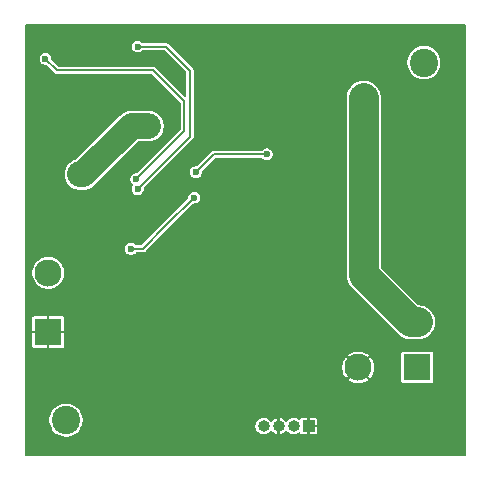
<source format=gbl>
%TF.GenerationSoftware,KiCad,Pcbnew,9.0.0*%
%TF.CreationDate,2025-03-07T10:15:04+01:00*%
%TF.ProjectId,converter1A,636f6e76-6572-4746-9572-31412e6b6963,rev?*%
%TF.SameCoordinates,Original*%
%TF.FileFunction,Copper,L2,Bot*%
%TF.FilePolarity,Positive*%
%FSLAX46Y46*%
G04 Gerber Fmt 4.6, Leading zero omitted, Abs format (unit mm)*
G04 Created by KiCad (PCBNEW 9.0.0) date 2025-03-07 10:15:04*
%MOMM*%
%LPD*%
G01*
G04 APERTURE LIST*
%TA.AperFunction,WasherPad*%
%ADD10C,2.400000*%
%TD*%
%TA.AperFunction,ComponentPad*%
%ADD11R,2.300000X2.300000*%
%TD*%
%TA.AperFunction,ComponentPad*%
%ADD12C,2.300000*%
%TD*%
%TA.AperFunction,ComponentPad*%
%ADD13R,1.000000X1.000000*%
%TD*%
%TA.AperFunction,ComponentPad*%
%ADD14O,1.000000X1.000000*%
%TD*%
%TA.AperFunction,ViaPad*%
%ADD15C,0.600000*%
%TD*%
%TA.AperFunction,ViaPad*%
%ADD16C,0.700000*%
%TD*%
%TA.AperFunction,Conductor*%
%ADD17C,0.200000*%
%TD*%
%TA.AperFunction,Conductor*%
%ADD18C,2.500000*%
%TD*%
%TA.AperFunction,Conductor*%
%ADD19C,2.200000*%
%TD*%
G04 APERTURE END LIST*
D10*
%TO.P,H3,*%
%TO.N,*%
X168000000Y-108000000D03*
%TD*%
D11*
%TO.P,J3,1,1*%
%TO.N,GND*%
X166500000Y-100525000D03*
D12*
%TO.P,J3,2,2*%
%TO.N,Net-(F1-Pad1)*%
X166500000Y-95525000D03*
%TD*%
D11*
%TO.P,J1,1,1*%
%TO.N,Net-(C15-+)*%
X197740000Y-103540000D03*
D12*
%TO.P,J1,2,2*%
%TO.N,GND*%
X192740000Y-103540000D03*
%TD*%
D10*
%TO.P,H2,*%
%TO.N,*%
X198300000Y-77720000D03*
%TD*%
D13*
%TO.P,J4,1,Pin_1*%
%TO.N,GND*%
X188540000Y-108500000D03*
D14*
%TO.P,J4,2,Pin_2*%
%TO.N,Net-(J4-Pin_2)*%
X187270000Y-108500000D03*
%TO.P,J4,3,Pin_3*%
%TO.N,GND*%
X186000000Y-108500000D03*
%TO.P,J4,4,Pin_4*%
%TO.N,Net-(J4-Pin_2)*%
X184730000Y-108500000D03*
%TD*%
D15*
%TO.N,GND*%
X183500000Y-75500000D03*
X183500000Y-96000000D03*
X180000000Y-89500000D03*
X179000000Y-90500000D03*
X198000000Y-81500000D03*
X167000000Y-81000000D03*
X174000000Y-108000000D03*
%TO.N,Net-(IC2-HO)*%
X179000000Y-87000000D03*
X185000000Y-85500000D03*
%TO.N,Net-(IC2-VCC)*%
X178867582Y-89150000D03*
X173500000Y-93500000D03*
%TO.N,Net-(IC2-COMP)*%
X166260000Y-77420000D03*
X173941571Y-87600000D03*
%TO.N,Net-(IC2-FB)*%
X174065687Y-88434313D03*
X174080000Y-76370000D03*
D16*
%TO.N,Net-(C15-+)*%
X197785000Y-99715000D03*
X193200000Y-80700000D03*
%TO.N,Net-(C16-Pad1)*%
X169200000Y-87200000D03*
X174500000Y-83100000D03*
%TD*%
D17*
%TO.N,Net-(IC2-HO)*%
X180500000Y-85500000D02*
X179000000Y-87000000D01*
X185000000Y-85500000D02*
X180500000Y-85500000D01*
%TO.N,Net-(IC2-VCC)*%
X174500000Y-93500000D02*
X173500000Y-93500000D01*
X176500000Y-91500000D02*
X174500000Y-93500000D01*
X178850000Y-89150000D02*
X176500000Y-91500000D01*
X178867582Y-89150000D02*
X178850000Y-89150000D01*
%TO.N,Net-(IC2-COMP)*%
X167220000Y-78380000D02*
X166260000Y-77420000D01*
X173941571Y-87600000D02*
X178000000Y-83541571D01*
X178000000Y-83541571D02*
X178000000Y-81000000D01*
X178000000Y-81000000D02*
X175380000Y-78380000D01*
X175380000Y-78380000D02*
X167220000Y-78380000D01*
%TO.N,Net-(IC2-FB)*%
X178500000Y-78404314D02*
X176465686Y-76370000D01*
X174065687Y-88434313D02*
X178500000Y-84000000D01*
X178500000Y-84000000D02*
X178500000Y-78404314D01*
X176465686Y-76370000D02*
X174080000Y-76370000D01*
D18*
%TO.N,Net-(C15-+)*%
X193200000Y-95700000D02*
X193200000Y-80700000D01*
X197785000Y-99715000D02*
X197215000Y-99715000D01*
X197215000Y-99715000D02*
X193200000Y-95700000D01*
D19*
%TO.N,Net-(C16-Pad1)*%
X173550000Y-83100000D02*
X174980000Y-83100000D01*
X169450000Y-87200000D02*
X173550000Y-83100000D01*
X169200000Y-87200000D02*
X169450000Y-87200000D01*
%TD*%
%TA.AperFunction,Conductor*%
%TO.N,GND*%
G36*
X201827826Y-74522174D02*
G01*
X201849500Y-74574500D01*
X201849500Y-110925500D01*
X201827826Y-110977826D01*
X201775500Y-110999500D01*
X164574500Y-110999500D01*
X164522174Y-110977826D01*
X164500500Y-110925500D01*
X164500500Y-107889776D01*
X166599500Y-107889776D01*
X166599500Y-108110223D01*
X166633984Y-108327948D01*
X166633987Y-108327961D01*
X166702103Y-108537602D01*
X166702104Y-108537605D01*
X166702105Y-108537606D01*
X166784622Y-108699554D01*
X166802186Y-108734023D01*
X166802186Y-108734024D01*
X166852192Y-108802851D01*
X166931758Y-108912365D01*
X167087635Y-109068242D01*
X167192172Y-109144192D01*
X167260480Y-109193821D01*
X167265978Y-109197815D01*
X167462394Y-109297895D01*
X167462397Y-109297896D01*
X167462396Y-109297896D01*
X167672038Y-109366012D01*
X167672044Y-109366013D01*
X167672049Y-109366015D01*
X167780913Y-109383257D01*
X167889776Y-109400500D01*
X167889778Y-109400500D01*
X168110224Y-109400500D01*
X168197313Y-109386706D01*
X168327951Y-109366015D01*
X168327958Y-109366012D01*
X168327961Y-109366012D01*
X168423133Y-109335088D01*
X168537606Y-109297895D01*
X168734022Y-109197815D01*
X168912365Y-109068242D01*
X169068242Y-108912365D01*
X169197815Y-108734022D01*
X169297895Y-108537606D01*
X169324016Y-108457213D01*
X169332531Y-108431008D01*
X184029500Y-108431008D01*
X184029500Y-108568991D01*
X184056418Y-108704322D01*
X184056421Y-108704332D01*
X184109223Y-108831808D01*
X184163049Y-108912365D01*
X184185886Y-108946542D01*
X184283458Y-109044114D01*
X184398189Y-109120775D01*
X184525672Y-109173580D01*
X184661007Y-109200500D01*
X184661009Y-109200500D01*
X184798991Y-109200500D01*
X184798993Y-109200500D01*
X184934328Y-109173580D01*
X185061811Y-109120775D01*
X185176542Y-109044114D01*
X185274114Y-108946542D01*
X185303772Y-108902154D01*
X185350863Y-108870690D01*
X185406412Y-108881739D01*
X185426829Y-108902156D01*
X185456273Y-108946223D01*
X185553776Y-109043726D01*
X185668426Y-109120332D01*
X185795813Y-109173097D01*
X185795823Y-109173100D01*
X185899999Y-109193821D01*
X185900000Y-109193821D01*
X185900000Y-108809669D01*
X185957213Y-108825000D01*
X186042787Y-108825000D01*
X186100000Y-108809669D01*
X186100000Y-109193821D01*
X186204176Y-109173100D01*
X186204186Y-109173097D01*
X186331573Y-109120332D01*
X186446223Y-109043726D01*
X186446225Y-109043725D01*
X186543725Y-108946225D01*
X186543729Y-108946219D01*
X186573170Y-108902157D01*
X186620261Y-108870690D01*
X186675810Y-108881739D01*
X186696228Y-108902156D01*
X186703049Y-108912365D01*
X186725886Y-108946542D01*
X186823458Y-109044114D01*
X186938189Y-109120775D01*
X187065672Y-109173580D01*
X187201007Y-109200500D01*
X187201009Y-109200500D01*
X187338991Y-109200500D01*
X187338993Y-109200500D01*
X187474328Y-109173580D01*
X187601811Y-109120775D01*
X187716542Y-109044114D01*
X187725673Y-109034982D01*
X187777995Y-109013308D01*
X187830322Y-109034980D01*
X187850575Y-109072867D01*
X187851603Y-109078034D01*
X187895807Y-109144191D01*
X187895808Y-109144192D01*
X187961964Y-109188396D01*
X188020303Y-109200000D01*
X188440000Y-109200000D01*
X188440000Y-108809669D01*
X188497213Y-108825000D01*
X188582787Y-108825000D01*
X188640000Y-108809669D01*
X188640000Y-109200000D01*
X189059697Y-109200000D01*
X189118035Y-109188396D01*
X189184191Y-109144192D01*
X189184192Y-109144191D01*
X189228396Y-109078035D01*
X189240000Y-109019697D01*
X189240000Y-108600000D01*
X188849669Y-108600000D01*
X188865000Y-108542787D01*
X188865000Y-108457213D01*
X188849669Y-108400000D01*
X189240000Y-108400000D01*
X189240000Y-107980302D01*
X189228396Y-107921964D01*
X189184192Y-107855808D01*
X189184191Y-107855807D01*
X189118035Y-107811603D01*
X189059697Y-107800000D01*
X188640000Y-107800000D01*
X188640000Y-108190330D01*
X188582787Y-108175000D01*
X188497213Y-108175000D01*
X188440000Y-108190330D01*
X188440000Y-107800000D01*
X188020303Y-107800000D01*
X187961964Y-107811603D01*
X187895808Y-107855807D01*
X187895807Y-107855808D01*
X187851603Y-107921965D01*
X187850575Y-107927133D01*
X187819105Y-107974223D01*
X187763556Y-107985268D01*
X187725674Y-107965018D01*
X187716542Y-107955886D01*
X187673510Y-107927133D01*
X187601808Y-107879223D01*
X187474332Y-107826421D01*
X187474322Y-107826418D01*
X187372560Y-107806177D01*
X187338993Y-107799500D01*
X187201007Y-107799500D01*
X187167440Y-107806177D01*
X187065677Y-107826418D01*
X187065667Y-107826421D01*
X186938191Y-107879223D01*
X186823461Y-107955883D01*
X186725881Y-108053463D01*
X186696227Y-108097844D01*
X186649135Y-108129309D01*
X186593586Y-108118259D01*
X186573170Y-108097843D01*
X186543726Y-108053776D01*
X186446223Y-107956273D01*
X186331573Y-107879667D01*
X186204184Y-107826901D01*
X186204177Y-107826899D01*
X186100000Y-107806177D01*
X186100000Y-108190330D01*
X186042787Y-108175000D01*
X185957213Y-108175000D01*
X185900000Y-108190330D01*
X185900000Y-107806177D01*
X185795822Y-107826899D01*
X185795815Y-107826901D01*
X185668426Y-107879667D01*
X185553776Y-107956273D01*
X185553775Y-107956275D01*
X185456275Y-108053775D01*
X185456271Y-108053778D01*
X185426828Y-108097844D01*
X185379736Y-108129309D01*
X185324187Y-108118259D01*
X185303771Y-108097843D01*
X185274116Y-108053461D01*
X185274114Y-108053458D01*
X185176542Y-107955886D01*
X185133510Y-107927133D01*
X185061808Y-107879223D01*
X184934332Y-107826421D01*
X184934322Y-107826418D01*
X184832560Y-107806177D01*
X184798993Y-107799500D01*
X184661007Y-107799500D01*
X184627440Y-107806177D01*
X184525677Y-107826418D01*
X184525667Y-107826421D01*
X184398191Y-107879223D01*
X184283461Y-107955883D01*
X184185883Y-108053461D01*
X184109223Y-108168191D01*
X184056421Y-108295667D01*
X184056418Y-108295677D01*
X184029500Y-108431008D01*
X169332531Y-108431008D01*
X169341142Y-108404505D01*
X169366012Y-108327961D01*
X169366012Y-108327958D01*
X169366015Y-108327951D01*
X169400500Y-108110222D01*
X169400500Y-107889778D01*
X169398828Y-107879223D01*
X169366015Y-107672051D01*
X169366012Y-107672038D01*
X169297896Y-107462397D01*
X169297895Y-107462396D01*
X169297895Y-107462394D01*
X169197815Y-107265978D01*
X169068242Y-107087635D01*
X168912365Y-106931758D01*
X168808441Y-106856253D01*
X168734024Y-106802186D01*
X168537602Y-106702103D01*
X168537603Y-106702103D01*
X168327961Y-106633987D01*
X168327948Y-106633984D01*
X168110224Y-106599500D01*
X168110222Y-106599500D01*
X167889778Y-106599500D01*
X167889776Y-106599500D01*
X167672051Y-106633984D01*
X167672038Y-106633987D01*
X167462397Y-106702103D01*
X167265976Y-106802186D01*
X167265975Y-106802186D01*
X167087639Y-106931755D01*
X167087635Y-106931758D01*
X166931758Y-107087635D01*
X166931755Y-107087638D01*
X166931755Y-107087639D01*
X166802186Y-107265975D01*
X166802186Y-107265976D01*
X166702103Y-107462397D01*
X166633987Y-107672038D01*
X166633984Y-107672051D01*
X166599500Y-107889776D01*
X164500500Y-107889776D01*
X164500500Y-103433751D01*
X191390000Y-103433751D01*
X191390000Y-103646248D01*
X191423241Y-103856123D01*
X191423244Y-103856136D01*
X191488904Y-104058217D01*
X191488906Y-104058221D01*
X191585375Y-104247550D01*
X191585378Y-104247556D01*
X191710274Y-104419461D01*
X191710283Y-104419471D01*
X191714695Y-104423883D01*
X192142634Y-103995943D01*
X192157437Y-104018097D01*
X192261903Y-104122563D01*
X192284055Y-104137364D01*
X191856116Y-104565304D01*
X191860529Y-104569717D01*
X191860538Y-104569725D01*
X192032443Y-104694621D01*
X192032449Y-104694624D01*
X192221778Y-104791093D01*
X192221782Y-104791095D01*
X192423863Y-104856755D01*
X192423876Y-104856758D01*
X192633751Y-104890000D01*
X192846249Y-104890000D01*
X193056123Y-104856758D01*
X193056136Y-104856755D01*
X193258217Y-104791095D01*
X193258221Y-104791093D01*
X193447550Y-104694624D01*
X193447556Y-104694621D01*
X193619465Y-104569722D01*
X193619474Y-104569714D01*
X193623883Y-104565305D01*
X193623882Y-104565303D01*
X193195944Y-104137365D01*
X193218097Y-104122563D01*
X193322563Y-104018097D01*
X193337365Y-103995944D01*
X193765303Y-104423882D01*
X193765305Y-104423883D01*
X193769714Y-104419474D01*
X193769722Y-104419465D01*
X193894621Y-104247556D01*
X193894624Y-104247550D01*
X193991093Y-104058221D01*
X193991095Y-104058217D01*
X194056755Y-103856136D01*
X194056758Y-103856123D01*
X194090000Y-103646248D01*
X194090000Y-103433751D01*
X194056758Y-103223876D01*
X194056755Y-103223863D01*
X193991095Y-103021782D01*
X193991093Y-103021778D01*
X193894624Y-102832449D01*
X193894621Y-102832443D01*
X193769725Y-102660538D01*
X193769717Y-102660529D01*
X193765304Y-102656116D01*
X193337364Y-103084055D01*
X193322563Y-103061903D01*
X193218097Y-102957437D01*
X193195943Y-102942634D01*
X193623883Y-102514695D01*
X193619471Y-102510283D01*
X193619461Y-102510275D01*
X193504133Y-102426484D01*
X193447556Y-102385378D01*
X193447550Y-102385375D01*
X193417872Y-102370253D01*
X196389500Y-102370253D01*
X196389500Y-104709746D01*
X196401133Y-104768232D01*
X196416409Y-104791093D01*
X196445448Y-104834552D01*
X196478677Y-104856755D01*
X196511767Y-104878866D01*
X196511768Y-104878866D01*
X196511769Y-104878867D01*
X196570252Y-104890500D01*
X196570254Y-104890500D01*
X198909746Y-104890500D01*
X198909748Y-104890500D01*
X198968231Y-104878867D01*
X199034552Y-104834552D01*
X199078867Y-104768231D01*
X199090500Y-104709748D01*
X199090500Y-102370252D01*
X199078867Y-102311769D01*
X199034552Y-102245448D01*
X199001322Y-102223244D01*
X198968232Y-102201133D01*
X198968233Y-102201133D01*
X198938989Y-102195316D01*
X198909748Y-102189500D01*
X196570252Y-102189500D01*
X196541010Y-102195316D01*
X196511767Y-102201133D01*
X196445449Y-102245447D01*
X196445447Y-102245449D01*
X196401133Y-102311767D01*
X196389500Y-102370253D01*
X193417872Y-102370253D01*
X193258221Y-102288906D01*
X193258217Y-102288904D01*
X193056136Y-102223244D01*
X193056123Y-102223241D01*
X192846249Y-102190000D01*
X192633751Y-102190000D01*
X192423876Y-102223241D01*
X192423863Y-102223244D01*
X192221782Y-102288904D01*
X192221778Y-102288906D01*
X192032449Y-102385375D01*
X192032442Y-102385379D01*
X191860541Y-102510271D01*
X191860532Y-102510279D01*
X191856116Y-102514694D01*
X192284056Y-102942634D01*
X192261903Y-102957437D01*
X192157437Y-103061903D01*
X192142634Y-103084056D01*
X191714694Y-102656116D01*
X191710279Y-102660532D01*
X191710271Y-102660541D01*
X191585379Y-102832442D01*
X191585375Y-102832449D01*
X191488906Y-103021778D01*
X191488904Y-103021782D01*
X191423244Y-103223863D01*
X191423241Y-103223876D01*
X191390000Y-103433751D01*
X164500500Y-103433751D01*
X164500500Y-99355302D01*
X165150000Y-99355302D01*
X165150000Y-100425000D01*
X165755198Y-100425000D01*
X165750000Y-100451131D01*
X165750000Y-100598869D01*
X165755198Y-100625000D01*
X165150000Y-100625000D01*
X165150000Y-101694697D01*
X165161603Y-101753035D01*
X165205807Y-101819191D01*
X165205808Y-101819192D01*
X165271964Y-101863396D01*
X165330303Y-101875000D01*
X166400000Y-101875000D01*
X166400000Y-101269802D01*
X166426131Y-101275000D01*
X166573869Y-101275000D01*
X166600000Y-101269802D01*
X166600000Y-101875000D01*
X167669697Y-101875000D01*
X167728035Y-101863396D01*
X167794191Y-101819192D01*
X167794192Y-101819191D01*
X167838396Y-101753035D01*
X167850000Y-101694697D01*
X167850000Y-100625000D01*
X167244802Y-100625000D01*
X167250000Y-100598869D01*
X167250000Y-100451131D01*
X167244802Y-100425000D01*
X167850000Y-100425000D01*
X167850000Y-99355302D01*
X167838396Y-99296964D01*
X167794192Y-99230808D01*
X167794191Y-99230807D01*
X167728035Y-99186603D01*
X167669697Y-99175000D01*
X166600000Y-99175000D01*
X166600000Y-99780197D01*
X166573869Y-99775000D01*
X166426131Y-99775000D01*
X166400000Y-99780197D01*
X166400000Y-99175000D01*
X165330303Y-99175000D01*
X165271964Y-99186603D01*
X165205808Y-99230807D01*
X165205807Y-99230808D01*
X165161603Y-99296964D01*
X165150000Y-99355302D01*
X164500500Y-99355302D01*
X164500500Y-95418711D01*
X165149500Y-95418711D01*
X165149500Y-95631288D01*
X165182753Y-95841240D01*
X165182756Y-95841253D01*
X165248440Y-96043406D01*
X165344948Y-96232816D01*
X165421475Y-96338146D01*
X165469896Y-96404792D01*
X165620208Y-96555104D01*
X165715656Y-96624451D01*
X165792183Y-96680051D01*
X165883474Y-96726565D01*
X165981588Y-96776557D01*
X165981590Y-96776557D01*
X165981593Y-96776559D01*
X166183746Y-96842243D01*
X166183752Y-96842244D01*
X166183757Y-96842246D01*
X166288735Y-96858873D01*
X166393711Y-96875500D01*
X166393713Y-96875500D01*
X166606289Y-96875500D01*
X166690269Y-96862198D01*
X166816243Y-96842246D01*
X166816250Y-96842243D01*
X166816253Y-96842243D01*
X167018406Y-96776559D01*
X167018406Y-96776558D01*
X167018412Y-96776557D01*
X167207816Y-96680051D01*
X167379792Y-96555104D01*
X167530104Y-96404792D01*
X167655051Y-96232816D01*
X167751557Y-96043412D01*
X167817246Y-95841243D01*
X167850500Y-95631287D01*
X167850500Y-95418713D01*
X167817246Y-95208757D01*
X167817244Y-95208752D01*
X167817243Y-95208746D01*
X167751559Y-95006593D01*
X167751557Y-95006590D01*
X167751557Y-95006588D01*
X167701565Y-94908474D01*
X167655051Y-94817183D01*
X167599451Y-94740656D01*
X167530104Y-94645208D01*
X167379792Y-94494896D01*
X167313146Y-94446475D01*
X167207816Y-94369948D01*
X167018406Y-94273440D01*
X166816253Y-94207756D01*
X166816240Y-94207753D01*
X166606289Y-94174500D01*
X166606287Y-94174500D01*
X166393713Y-94174500D01*
X166393711Y-94174500D01*
X166183759Y-94207753D01*
X166183746Y-94207756D01*
X165981593Y-94273440D01*
X165792183Y-94369948D01*
X165620212Y-94494893D01*
X165620208Y-94494896D01*
X165469896Y-94645208D01*
X165469893Y-94645211D01*
X165469893Y-94645212D01*
X165344948Y-94817183D01*
X165248440Y-95006593D01*
X165182756Y-95208746D01*
X165182753Y-95208759D01*
X165149500Y-95418711D01*
X164500500Y-95418711D01*
X164500500Y-93434105D01*
X172999500Y-93434105D01*
X172999500Y-93565894D01*
X173033606Y-93693181D01*
X173033607Y-93693184D01*
X173033608Y-93693186D01*
X173099500Y-93807314D01*
X173192686Y-93900500D01*
X173306814Y-93966392D01*
X173434105Y-94000499D01*
X173434106Y-94000500D01*
X173434108Y-94000500D01*
X173565894Y-94000500D01*
X173565894Y-94000499D01*
X173693186Y-93966392D01*
X173807314Y-93900500D01*
X173885640Y-93822174D01*
X173937966Y-93800500D01*
X174539564Y-93800500D01*
X174539564Y-93800499D01*
X174615989Y-93780021D01*
X174684511Y-93740460D01*
X174740460Y-93684511D01*
X176740460Y-91684511D01*
X178752796Y-89672173D01*
X178805122Y-89650500D01*
X178933476Y-89650500D01*
X178933476Y-89650499D01*
X179060768Y-89616392D01*
X179174896Y-89550500D01*
X179268082Y-89457314D01*
X179333974Y-89343186D01*
X179368081Y-89215894D01*
X179368082Y-89215894D01*
X179368082Y-89084106D01*
X179368081Y-89084105D01*
X179333975Y-88956818D01*
X179333974Y-88956814D01*
X179268082Y-88842686D01*
X179174896Y-88749500D01*
X179161260Y-88741627D01*
X179060772Y-88683610D01*
X179060763Y-88683606D01*
X178933476Y-88649500D01*
X178933474Y-88649500D01*
X178801690Y-88649500D01*
X178801688Y-88649500D01*
X178674400Y-88683606D01*
X178674391Y-88683610D01*
X178560267Y-88749500D01*
X178467082Y-88842685D01*
X178401192Y-88956809D01*
X178401188Y-88956818D01*
X178367082Y-89084105D01*
X178367082Y-89177295D01*
X178345408Y-89229621D01*
X174397203Y-93177826D01*
X174344877Y-93199500D01*
X173937966Y-93199500D01*
X173885640Y-93177826D01*
X173807314Y-93099500D01*
X173693190Y-93033610D01*
X173693181Y-93033606D01*
X173565894Y-92999500D01*
X173565892Y-92999500D01*
X173434108Y-92999500D01*
X173434106Y-92999500D01*
X173306818Y-93033606D01*
X173306809Y-93033610D01*
X173192685Y-93099500D01*
X173099500Y-93192685D01*
X173033610Y-93306809D01*
X173033606Y-93306818D01*
X172999500Y-93434105D01*
X164500500Y-93434105D01*
X164500500Y-87097646D01*
X167899500Y-87097646D01*
X167899500Y-87302353D01*
X167931522Y-87504531D01*
X167931525Y-87504544D01*
X167994777Y-87699213D01*
X168087712Y-87881610D01*
X168161406Y-87983040D01*
X168208034Y-88047219D01*
X168352781Y-88191966D01*
X168444695Y-88258745D01*
X168518389Y-88312287D01*
X168606300Y-88357079D01*
X168700781Y-88405220D01*
X168700783Y-88405220D01*
X168700786Y-88405222D01*
X168895455Y-88468474D01*
X168895461Y-88468475D01*
X168895466Y-88468477D01*
X168996557Y-88484488D01*
X169097646Y-88500500D01*
X169097648Y-88500500D01*
X169552354Y-88500500D01*
X169653443Y-88484488D01*
X169754535Y-88468477D01*
X169851876Y-88436848D01*
X169949219Y-88405220D01*
X170040414Y-88358753D01*
X170131611Y-88312287D01*
X170297219Y-88191966D01*
X174067010Y-84422173D01*
X174119336Y-84400500D01*
X175082354Y-84400500D01*
X175163224Y-84387690D01*
X175284534Y-84368477D01*
X175284541Y-84368474D01*
X175284544Y-84368474D01*
X175479213Y-84305222D01*
X175479213Y-84305221D01*
X175479219Y-84305220D01*
X175661610Y-84212287D01*
X175827219Y-84091966D01*
X175971966Y-83947219D01*
X176092287Y-83781610D01*
X176185220Y-83599219D01*
X176248477Y-83404534D01*
X176280500Y-83202352D01*
X176280500Y-82997648D01*
X176248477Y-82795466D01*
X176248475Y-82795461D01*
X176248474Y-82795455D01*
X176185222Y-82600786D01*
X176185220Y-82600783D01*
X176185220Y-82600781D01*
X176137079Y-82506300D01*
X176092287Y-82418389D01*
X175971968Y-82252784D01*
X175971966Y-82252781D01*
X175827219Y-82108034D01*
X175763040Y-82061406D01*
X175661610Y-81987712D01*
X175479213Y-81894777D01*
X175284544Y-81831525D01*
X175284531Y-81831522D01*
X175082354Y-81799500D01*
X175082352Y-81799500D01*
X173447648Y-81799500D01*
X173447646Y-81799500D01*
X173245468Y-81831522D01*
X173245455Y-81831525D01*
X173050785Y-81894777D01*
X172868388Y-81987714D01*
X172868386Y-81987715D01*
X172702785Y-82108031D01*
X172702781Y-82108034D01*
X172702776Y-82108039D01*
X172558031Y-82252784D01*
X168884069Y-85926744D01*
X168854611Y-85944796D01*
X168700786Y-85994777D01*
X168518389Y-86087712D01*
X168352785Y-86208031D01*
X168352781Y-86208034D01*
X168208034Y-86352781D01*
X168208031Y-86352784D01*
X168208031Y-86352785D01*
X168087712Y-86518389D01*
X167994777Y-86700786D01*
X167931525Y-86895455D01*
X167931522Y-86895468D01*
X167899500Y-87097646D01*
X164500500Y-87097646D01*
X164500500Y-77354105D01*
X165759500Y-77354105D01*
X165759500Y-77485894D01*
X165793606Y-77613181D01*
X165793607Y-77613184D01*
X165793608Y-77613186D01*
X165859500Y-77727314D01*
X165952686Y-77820500D01*
X166066814Y-77886392D01*
X166194105Y-77920499D01*
X166194106Y-77920500D01*
X166304877Y-77920500D01*
X166357203Y-77942174D01*
X166979540Y-78564511D01*
X167035489Y-78620460D01*
X167104011Y-78660021D01*
X167104012Y-78660021D01*
X167104014Y-78660022D01*
X167142224Y-78670260D01*
X167180435Y-78680499D01*
X167180436Y-78680500D01*
X167180438Y-78680500D01*
X175224877Y-78680500D01*
X175277203Y-78702174D01*
X177677826Y-81102797D01*
X177699500Y-81155123D01*
X177699500Y-83386447D01*
X177677826Y-83438773D01*
X174038773Y-87077826D01*
X173986447Y-87099500D01*
X173875677Y-87099500D01*
X173748389Y-87133606D01*
X173748380Y-87133610D01*
X173634256Y-87199500D01*
X173541071Y-87292685D01*
X173475181Y-87406809D01*
X173475177Y-87406818D01*
X173441071Y-87534105D01*
X173441071Y-87665894D01*
X173475177Y-87793181D01*
X173475178Y-87793184D01*
X173475179Y-87793186D01*
X173541071Y-87907314D01*
X173634257Y-88000500D01*
X173634259Y-88000501D01*
X173634260Y-88000502D01*
X173650542Y-88009902D01*
X173685022Y-88054834D01*
X173677631Y-88110987D01*
X173665876Y-88126309D01*
X173665188Y-88126996D01*
X173599297Y-88241122D01*
X173599293Y-88241131D01*
X173565187Y-88368418D01*
X173565187Y-88500207D01*
X173599293Y-88627494D01*
X173599297Y-88627503D01*
X173631691Y-88683610D01*
X173665187Y-88741627D01*
X173758373Y-88834813D01*
X173872501Y-88900705D01*
X173999792Y-88934812D01*
X173999793Y-88934813D01*
X173999795Y-88934813D01*
X174131581Y-88934813D01*
X174131581Y-88934812D01*
X174258873Y-88900705D01*
X174373001Y-88834813D01*
X174466187Y-88741627D01*
X174532079Y-88627499D01*
X174566186Y-88500207D01*
X174566187Y-88500207D01*
X174566187Y-88389435D01*
X174587861Y-88337109D01*
X175990865Y-86934105D01*
X178499500Y-86934105D01*
X178499500Y-87065894D01*
X178533606Y-87193181D01*
X178533607Y-87193184D01*
X178533608Y-87193186D01*
X178599500Y-87307314D01*
X178692686Y-87400500D01*
X178806814Y-87466392D01*
X178934105Y-87500499D01*
X178934106Y-87500500D01*
X178934108Y-87500500D01*
X179065894Y-87500500D01*
X179065894Y-87500499D01*
X179193186Y-87466392D01*
X179307314Y-87400500D01*
X179400500Y-87307314D01*
X179466392Y-87193186D01*
X179500499Y-87065894D01*
X179500500Y-87065894D01*
X179500500Y-86955122D01*
X179522174Y-86902796D01*
X180602797Y-85822174D01*
X180655123Y-85800500D01*
X184562034Y-85800500D01*
X184614360Y-85822174D01*
X184692686Y-85900500D01*
X184806814Y-85966392D01*
X184934105Y-86000499D01*
X184934106Y-86000500D01*
X184934108Y-86000500D01*
X185065894Y-86000500D01*
X185065894Y-86000499D01*
X185193186Y-85966392D01*
X185307314Y-85900500D01*
X185400500Y-85807314D01*
X185466392Y-85693186D01*
X185500499Y-85565894D01*
X185500500Y-85565894D01*
X185500500Y-85434106D01*
X185500499Y-85434105D01*
X185466393Y-85306818D01*
X185466392Y-85306814D01*
X185400500Y-85192686D01*
X185307314Y-85099500D01*
X185193190Y-85033610D01*
X185193181Y-85033606D01*
X185065894Y-84999500D01*
X185065892Y-84999500D01*
X184934108Y-84999500D01*
X184934106Y-84999500D01*
X184806818Y-85033606D01*
X184806809Y-85033610D01*
X184692685Y-85099500D01*
X184614360Y-85177826D01*
X184562034Y-85199500D01*
X180460436Y-85199500D01*
X180384014Y-85219977D01*
X180384009Y-85219979D01*
X180324934Y-85254087D01*
X180315488Y-85259540D01*
X179097202Y-86477826D01*
X179044876Y-86499500D01*
X178934106Y-86499500D01*
X178806818Y-86533606D01*
X178806809Y-86533610D01*
X178692685Y-86599500D01*
X178599500Y-86692685D01*
X178533610Y-86806809D01*
X178533606Y-86806818D01*
X178499500Y-86934105D01*
X175990865Y-86934105D01*
X176048038Y-86876932D01*
X176572194Y-86352776D01*
X178740460Y-84184511D01*
X178780022Y-84115988D01*
X178800500Y-84039562D01*
X178800500Y-83960438D01*
X178800500Y-80585842D01*
X191749500Y-80585842D01*
X191749500Y-95814157D01*
X191785215Y-96039657D01*
X191785218Y-96039670D01*
X191855766Y-96256793D01*
X191959420Y-96460227D01*
X192006844Y-96525500D01*
X192028352Y-96555104D01*
X192093620Y-96644937D01*
X196270062Y-100821379D01*
X196454772Y-100955579D01*
X196658201Y-101059231D01*
X196658203Y-101059231D01*
X196658206Y-101059233D01*
X196875329Y-101129781D01*
X196875335Y-101129782D01*
X196875340Y-101129784D01*
X197025675Y-101153594D01*
X197100842Y-101165500D01*
X197100843Y-101165500D01*
X197899158Y-101165500D01*
X197955532Y-101156571D01*
X198124660Y-101129784D01*
X198124667Y-101129781D01*
X198124670Y-101129781D01*
X198341793Y-101059233D01*
X198341793Y-101059232D01*
X198341799Y-101059231D01*
X198545228Y-100955579D01*
X198729937Y-100821379D01*
X198891379Y-100659937D01*
X199025579Y-100475228D01*
X199129231Y-100271799D01*
X199129233Y-100271793D01*
X199199781Y-100054670D01*
X199199781Y-100054667D01*
X199199784Y-100054660D01*
X199235500Y-99829157D01*
X199235500Y-99600843D01*
X199199784Y-99375340D01*
X199199782Y-99375335D01*
X199199781Y-99375329D01*
X199129233Y-99158206D01*
X199129231Y-99158203D01*
X199129231Y-99158201D01*
X199025579Y-98954772D01*
X198891379Y-98770063D01*
X198729937Y-98608621D01*
X198729934Y-98608618D01*
X198729932Y-98608617D01*
X198545227Y-98474420D01*
X198341793Y-98370766D01*
X198124670Y-98300218D01*
X198124657Y-98300215D01*
X197899158Y-98264500D01*
X197899157Y-98264500D01*
X197846469Y-98264500D01*
X197794143Y-98242826D01*
X194672174Y-95120857D01*
X194650500Y-95068531D01*
X194650500Y-80585842D01*
X194614784Y-80360342D01*
X194614781Y-80360329D01*
X194544233Y-80143206D01*
X194544231Y-80143203D01*
X194544231Y-80143201D01*
X194440579Y-79939772D01*
X194306379Y-79755063D01*
X194144937Y-79593621D01*
X194144934Y-79593618D01*
X194144932Y-79593617D01*
X193960227Y-79459420D01*
X193756793Y-79355766D01*
X193539670Y-79285218D01*
X193539657Y-79285215D01*
X193314158Y-79249500D01*
X193314157Y-79249500D01*
X193085843Y-79249500D01*
X193085842Y-79249500D01*
X192860342Y-79285215D01*
X192860329Y-79285218D01*
X192643206Y-79355766D01*
X192439772Y-79459420D01*
X192255067Y-79593617D01*
X192093617Y-79755067D01*
X191959420Y-79939772D01*
X191855766Y-80143206D01*
X191785218Y-80360329D01*
X191785215Y-80360342D01*
X191749500Y-80585842D01*
X178800500Y-80585842D01*
X178800500Y-78364752D01*
X178800500Y-78364750D01*
X178800499Y-78364749D01*
X178780022Y-78288328D01*
X178780020Y-78288323D01*
X178740459Y-78219802D01*
X178130433Y-77609776D01*
X196899500Y-77609776D01*
X196899500Y-77830223D01*
X196933984Y-78047948D01*
X196933987Y-78047961D01*
X197002103Y-78257602D01*
X197002104Y-78257605D01*
X197002105Y-78257606D01*
X197102185Y-78454022D01*
X197231758Y-78632365D01*
X197387635Y-78788242D01*
X197565978Y-78917815D01*
X197762394Y-79017895D01*
X197762397Y-79017896D01*
X197762396Y-79017896D01*
X197972038Y-79086012D01*
X197972044Y-79086013D01*
X197972049Y-79086015D01*
X198080913Y-79103257D01*
X198189776Y-79120500D01*
X198189778Y-79120500D01*
X198410224Y-79120500D01*
X198497313Y-79106706D01*
X198627951Y-79086015D01*
X198627958Y-79086012D01*
X198627961Y-79086012D01*
X198723133Y-79055088D01*
X198837606Y-79017895D01*
X199034022Y-78917815D01*
X199212365Y-78788242D01*
X199368242Y-78632365D01*
X199497815Y-78454022D01*
X199597895Y-78257606D01*
X199655764Y-78079500D01*
X199666012Y-78047961D01*
X199666012Y-78047958D01*
X199666015Y-78047951D01*
X199700500Y-77830222D01*
X199700500Y-77609778D01*
X199666015Y-77392049D01*
X199666013Y-77392044D01*
X199666012Y-77392038D01*
X199597896Y-77182397D01*
X199597895Y-77182396D01*
X199597895Y-77182394D01*
X199497815Y-76985978D01*
X199368242Y-76807635D01*
X199212365Y-76651758D01*
X199090461Y-76563190D01*
X199034024Y-76522186D01*
X198837602Y-76422103D01*
X198837603Y-76422103D01*
X198627961Y-76353987D01*
X198627948Y-76353984D01*
X198410224Y-76319500D01*
X198410222Y-76319500D01*
X198189778Y-76319500D01*
X198189776Y-76319500D01*
X197972051Y-76353984D01*
X197972038Y-76353987D01*
X197762397Y-76422103D01*
X197565976Y-76522186D01*
X197565975Y-76522186D01*
X197387639Y-76651755D01*
X197387635Y-76651758D01*
X197231758Y-76807635D01*
X197231755Y-76807638D01*
X197231755Y-76807639D01*
X197102186Y-76985975D01*
X197102186Y-76985976D01*
X197002103Y-77182397D01*
X196933987Y-77392038D01*
X196933984Y-77392051D01*
X196899500Y-77609776D01*
X178130433Y-77609776D01*
X176650197Y-76129540D01*
X176640752Y-76124087D01*
X176581676Y-76089979D01*
X176581671Y-76089977D01*
X176505250Y-76069500D01*
X176505248Y-76069500D01*
X174517966Y-76069500D01*
X174465640Y-76047826D01*
X174387314Y-75969500D01*
X174273190Y-75903610D01*
X174273181Y-75903606D01*
X174145894Y-75869500D01*
X174145892Y-75869500D01*
X174014108Y-75869500D01*
X174014106Y-75869500D01*
X173886818Y-75903606D01*
X173886809Y-75903610D01*
X173772685Y-75969500D01*
X173679500Y-76062685D01*
X173613610Y-76176809D01*
X173613606Y-76176818D01*
X173579500Y-76304105D01*
X173579500Y-76435894D01*
X173613606Y-76563181D01*
X173613607Y-76563184D01*
X173613608Y-76563186D01*
X173679500Y-76677314D01*
X173772686Y-76770500D01*
X173886814Y-76836392D01*
X174014105Y-76870499D01*
X174014106Y-76870500D01*
X174014108Y-76870500D01*
X174145894Y-76870500D01*
X174145894Y-76870499D01*
X174273186Y-76836392D01*
X174387314Y-76770500D01*
X174465640Y-76692174D01*
X174517966Y-76670500D01*
X176310563Y-76670500D01*
X176362889Y-76692174D01*
X178177826Y-78507111D01*
X178199500Y-78559437D01*
X178199500Y-80595877D01*
X178177826Y-80648203D01*
X178125500Y-80669877D01*
X178073174Y-80648203D01*
X175564511Y-78139540D01*
X175502631Y-78103814D01*
X175495988Y-78099978D01*
X175495985Y-78099977D01*
X175419564Y-78079500D01*
X175419562Y-78079500D01*
X167375123Y-78079500D01*
X167322797Y-78057826D01*
X166782174Y-77517203D01*
X166760500Y-77464877D01*
X166760500Y-77354106D01*
X166760499Y-77354105D01*
X166726393Y-77226818D01*
X166726392Y-77226814D01*
X166660500Y-77112686D01*
X166567314Y-77019500D01*
X166453190Y-76953610D01*
X166453181Y-76953606D01*
X166325894Y-76919500D01*
X166325892Y-76919500D01*
X166194108Y-76919500D01*
X166194106Y-76919500D01*
X166066818Y-76953606D01*
X166066809Y-76953610D01*
X165952685Y-77019500D01*
X165859500Y-77112685D01*
X165793610Y-77226809D01*
X165793606Y-77226818D01*
X165759500Y-77354105D01*
X164500500Y-77354105D01*
X164500500Y-74574500D01*
X164522174Y-74522174D01*
X164574500Y-74500500D01*
X201775500Y-74500500D01*
X201827826Y-74522174D01*
G37*
%TD.AperFunction*%
%TD*%
M02*

</source>
